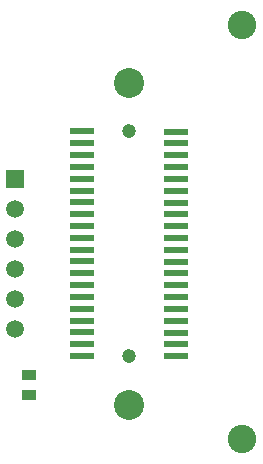
<source format=gbr>
%TF.GenerationSoftware,Altium Limited,Altium Designer,18.0.9 (584)*%
G04 Layer_Color=255*
%FSLAX26Y26*%
%MOIN*%
%TF.FileFunction,Pads,Bot*%
%TF.Part,Single*%
G01*
G75*
%TA.AperFunction,SMDPad,CuDef*%
%ADD10R,0.051181X0.033465*%
%TA.AperFunction,WasherPad*%
%ADD14C,0.095000*%
%TA.AperFunction,ComponentPad*%
%ADD15R,0.059055X0.059055*%
%ADD16C,0.059055*%
%ADD17C,0.047000*%
%ADD18C,0.100000*%
%TA.AperFunction,ConnectorPad*%
%ADD20R,0.078740X0.024000*%
D10*
X155529Y-1262441D02*
D03*
Y-1329370D02*
D03*
D14*
X866141Y-1476378D02*
D03*
Y-98425D02*
D03*
D15*
X108267Y-610236D02*
D03*
D16*
Y-710236D02*
D03*
Y-810236D02*
D03*
Y-910236D02*
D03*
Y-1010236D02*
D03*
Y-1110236D02*
D03*
D17*
X486529Y-1200906D02*
D03*
X488129Y-452305D02*
D03*
D18*
Y-290406D02*
D03*
Y-1362805D02*
D03*
D20*
X330769Y-1200906D02*
D03*
Y-1161505D02*
D03*
Y-1122105D02*
D03*
Y-1082706D02*
D03*
Y-1043305D02*
D03*
Y-1003905D02*
D03*
Y-964505D02*
D03*
Y-925106D02*
D03*
Y-885706D02*
D03*
Y-846306D02*
D03*
Y-806905D02*
D03*
Y-767505D02*
D03*
Y-728106D02*
D03*
Y-688706D02*
D03*
Y-649306D02*
D03*
Y-609905D02*
D03*
Y-570505D02*
D03*
Y-531106D02*
D03*
Y-491705D02*
D03*
Y-452305D02*
D03*
X645491Y-1201293D02*
D03*
Y-1161893D02*
D03*
Y-1122494D02*
D03*
Y-1083093D02*
D03*
Y-1043694D02*
D03*
Y-1004293D02*
D03*
Y-964894D02*
D03*
Y-925494D02*
D03*
Y-886093D02*
D03*
Y-846693D02*
D03*
Y-807293D02*
D03*
Y-767894D02*
D03*
Y-728494D02*
D03*
Y-689093D02*
D03*
Y-649693D02*
D03*
Y-610293D02*
D03*
Y-570894D02*
D03*
Y-531494D02*
D03*
Y-492094D02*
D03*
Y-452693D02*
D03*
%TF.MD5,e7434bd890ca676152c86b35491981ba*%
M02*

</source>
